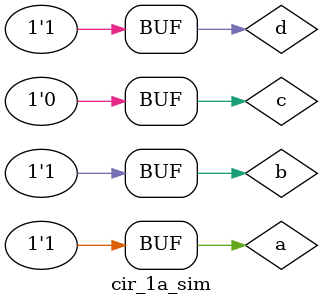
<source format=v>
`timescale 1ns / 1ps
module cir_1a_sim();
  reg a,b,c,d;
  wire out;
  
  cir_1a uut(.A(a), .B(b), .C(c), .D(d), .x(out));
  initial begin
    #100 a=0; b=0; c=1; d=1;
    #100 a=1; b=0; c=1; d=0;
    #100 a=1; b=1; c=0; d=0;
    #100 a=0; b=0; c=1; d=1;
    #100 a=1; b=0; c=1; d=1;
    #100 a=1; b=1; c=1; d=1;
    #100 a=1; b=1; c=0; d=1;    
  end
endmodule

</source>
